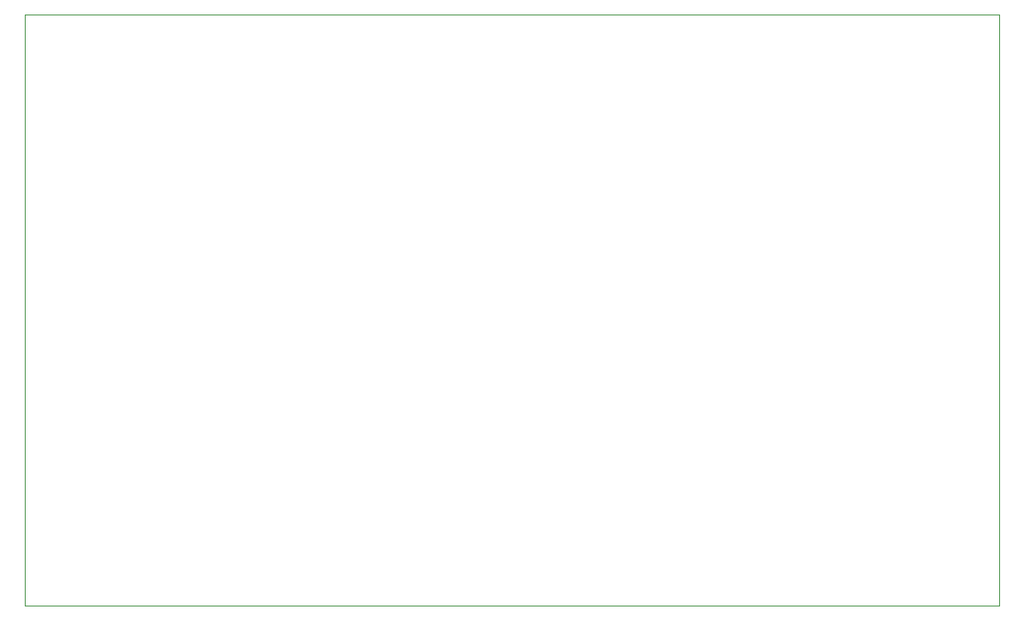
<source format=gbr>
%TF.GenerationSoftware,KiCad,Pcbnew,7.0.1*%
%TF.CreationDate,2024-03-20T11:55:58+03:00*%
%TF.ProjectId,TZXDuino,545a5844-7569-46e6-9f2e-6b696361645f,rev?*%
%TF.SameCoordinates,Original*%
%TF.FileFunction,Profile,NP*%
%FSLAX46Y46*%
G04 Gerber Fmt 4.6, Leading zero omitted, Abs format (unit mm)*
G04 Created by KiCad (PCBNEW 7.0.1) date 2024-03-20 11:55:58*
%MOMM*%
%LPD*%
G01*
G04 APERTURE LIST*
%TA.AperFunction,Profile*%
%ADD10C,0.050000*%
%TD*%
G04 APERTURE END LIST*
D10*
X86817200Y-65735200D02*
X183286400Y-65735200D01*
X183286400Y-124256800D01*
X86817200Y-124256800D01*
X86817200Y-65735200D01*
M02*

</source>
